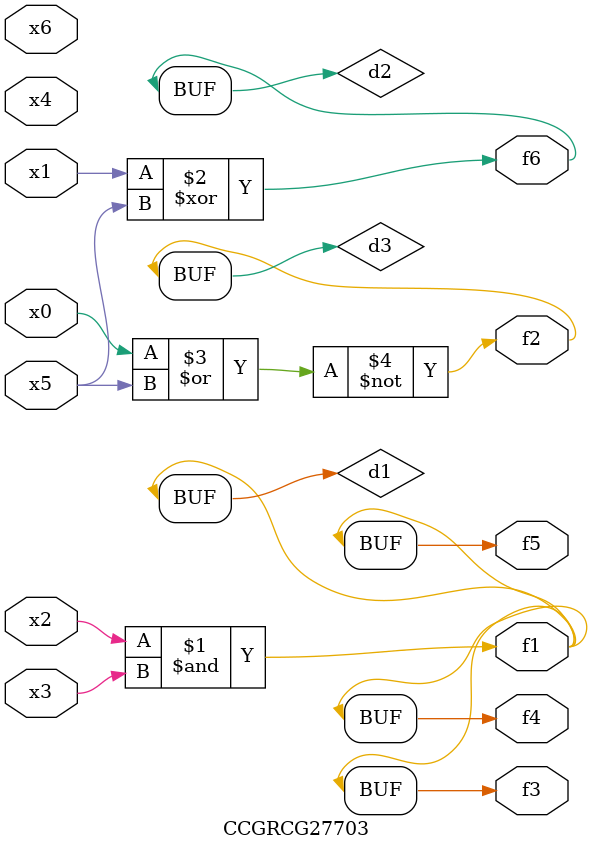
<source format=v>
module CCGRCG27703(
	input x0, x1, x2, x3, x4, x5, x6,
	output f1, f2, f3, f4, f5, f6
);

	wire d1, d2, d3;

	and (d1, x2, x3);
	xor (d2, x1, x5);
	nor (d3, x0, x5);
	assign f1 = d1;
	assign f2 = d3;
	assign f3 = d1;
	assign f4 = d1;
	assign f5 = d1;
	assign f6 = d2;
endmodule

</source>
